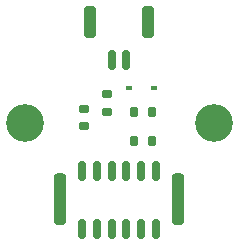
<source format=gbr>
%TF.GenerationSoftware,KiCad,Pcbnew,(5.99.0-9885-g7a8abcadd2)*%
%TF.CreationDate,2021-05-15T19:58:37-05:00*%
%TF.ProjectId,small as5047 encoder breakout,736d616c-6c20-4617-9335-30343720656e,rev?*%
%TF.SameCoordinates,Original*%
%TF.FileFunction,Soldermask,Top*%
%TF.FilePolarity,Negative*%
%FSLAX46Y46*%
G04 Gerber Fmt 4.6, Leading zero omitted, Abs format (unit mm)*
G04 Created by KiCad (PCBNEW (5.99.0-9885-g7a8abcadd2)) date 2021-05-15 19:58:37*
%MOMM*%
%LPD*%
G01*
G04 APERTURE LIST*
G04 Aperture macros list*
%AMRoundRect*
0 Rectangle with rounded corners*
0 $1 Rounding radius*
0 $2 $3 $4 $5 $6 $7 $8 $9 X,Y pos of 4 corners*
0 Add a 4 corners polygon primitive as box body*
4,1,4,$2,$3,$4,$5,$6,$7,$8,$9,$2,$3,0*
0 Add four circle primitives for the rounded corners*
1,1,$1+$1,$2,$3*
1,1,$1+$1,$4,$5*
1,1,$1+$1,$6,$7*
1,1,$1+$1,$8,$9*
0 Add four rect primitives between the rounded corners*
20,1,$1+$1,$2,$3,$4,$5,0*
20,1,$1+$1,$4,$5,$6,$7,0*
20,1,$1+$1,$6,$7,$8,$9,0*
20,1,$1+$1,$8,$9,$2,$3,0*%
G04 Aperture macros list end*
%ADD10RoundRect,0.150000X0.300000X-0.150000X0.300000X0.150000X-0.300000X0.150000X-0.300000X-0.150000X0*%
%ADD11RoundRect,0.150000X-0.150000X-0.300000X0.150000X-0.300000X0.150000X0.300000X-0.150000X0.300000X0*%
%ADD12C,3.200000*%
%ADD13RoundRect,0.150000X-0.150000X-0.700000X0.150000X-0.700000X0.150000X0.700000X-0.150000X0.700000X0*%
%ADD14RoundRect,0.250000X-0.250000X-1.150000X0.250000X-1.150000X0.250000X1.150000X-0.250000X1.150000X0*%
%ADD15RoundRect,0.150000X-0.300000X0.150000X-0.300000X-0.150000X0.300000X-0.150000X0.300000X0.150000X0*%
%ADD16R,0.600000X0.450000*%
%ADD17RoundRect,0.150000X0.150000X0.700000X-0.150000X0.700000X-0.150000X-0.700000X0.150000X-0.700000X0*%
%ADD18RoundRect,0.250000X0.250000X1.100000X-0.250000X1.100000X-0.250000X-1.100000X0.250000X-1.100000X0*%
%ADD19RoundRect,0.250000X-0.250000X-1.100000X0.250000X-1.100000X0.250000X1.100000X-0.250000X1.100000X0*%
G04 APERTURE END LIST*
D10*
%TO.C,R1*%
X137500000Y-82000000D03*
X137500000Y-80500000D03*
%TD*%
D11*
%TO.C,C1*%
X139750000Y-82000000D03*
X141250000Y-82000000D03*
%TD*%
%TO.C,C2*%
X139750000Y-84500000D03*
X141250000Y-84500000D03*
%TD*%
D12*
%TO.C,H2*%
X146500000Y-83000000D03*
%TD*%
D13*
%TO.C,J2*%
X135375000Y-91950000D03*
X136625000Y-91950000D03*
X137875000Y-91950000D03*
X139125000Y-91950000D03*
X140375000Y-91950000D03*
X141625000Y-91950000D03*
D14*
X143475000Y-88600000D03*
X133525000Y-88600000D03*
%TD*%
D15*
%TO.C,D1*%
X135500000Y-81758430D03*
X135500000Y-83258430D03*
%TD*%
D16*
%TO.C,D2*%
X139325000Y-80000000D03*
X141425000Y-80000000D03*
%TD*%
D12*
%TO.C,H1*%
X130500000Y-83000000D03*
%TD*%
D17*
%TO.C,J1*%
X139125000Y-77600000D03*
X137875000Y-77600000D03*
D18*
X140975000Y-74400000D03*
X136025000Y-74400000D03*
%TD*%
D13*
%TO.C,J3*%
X135375000Y-87050000D03*
X136625000Y-87050000D03*
X137875000Y-87050000D03*
X139125000Y-87050000D03*
X140375000Y-87050000D03*
X141625000Y-87050000D03*
D19*
X133525000Y-90250000D03*
X143475000Y-90250000D03*
%TD*%
M02*

</source>
